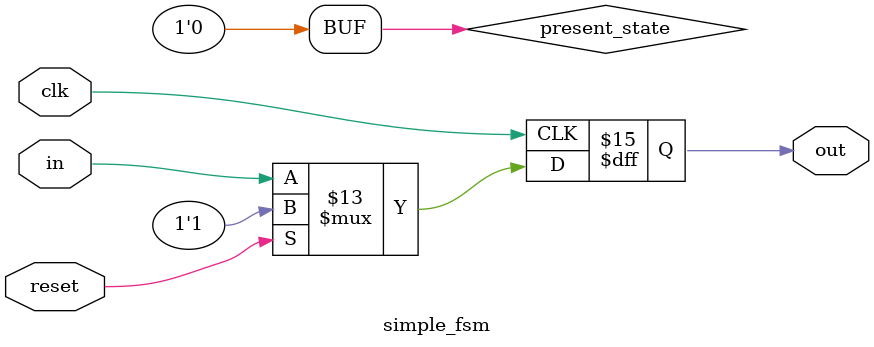
<source format=v>
module simple_fsm(clk, reset, in, out);
input clk;
input reset;
input in;
output out;
wire out;
reg present_state, next_state;
// In state 0, if in=1, stay in state 0. In state 0, if in=0, go to state 1
// In state 1, if in=1, stay in state 1. In state 1, if in=0, go to state 0
// out=1 in state 0 and out=0 in state 1
initial begin
    present_state <= 0;
    next_state <= 0;
    next_state <= 0;
    out <= 0;
end

always @(posedge clk) begin
    if (reset == 0) begin
        out <= in;
    end else begin
        if (present_state == 0) begin
            next_state <= 1;
            out <= 1;
        end
    end
end
endmodule

</source>
